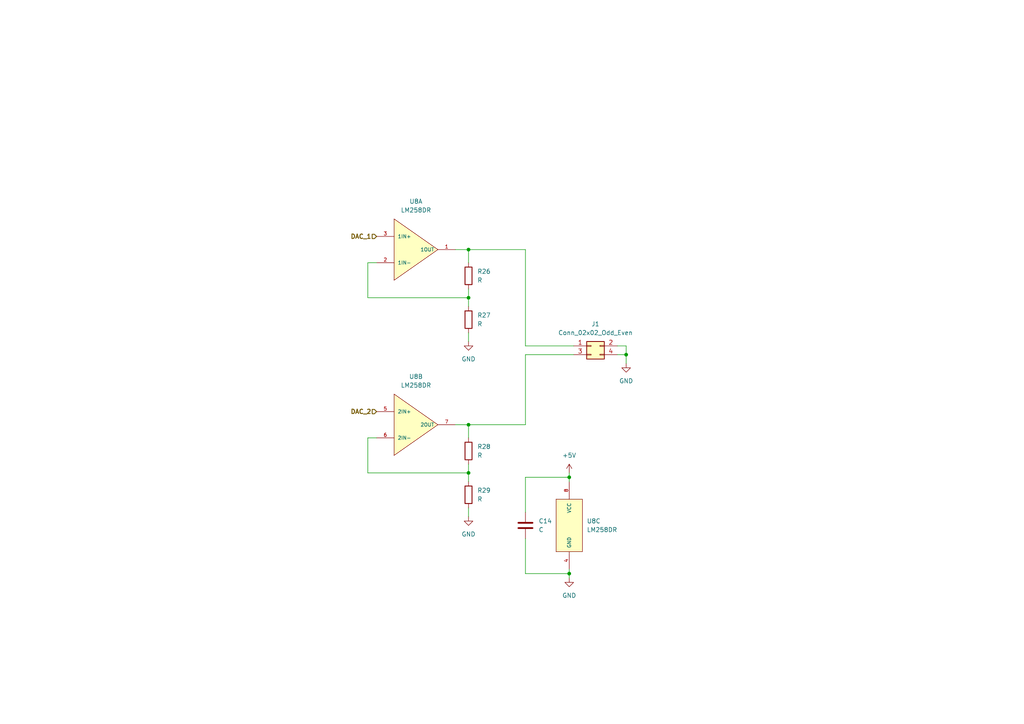
<source format=kicad_sch>
(kicad_sch (version 20230121) (generator eeschema)
  (paper "A4")
  (lib_symbols
    (symbol "Connector_Generic:Conn_02x02_Odd_Even" (pin_names (offset 1.016) hide)
      (property "Reference" "J" (at 1.27 2.54 0))
      (property "Value" "Conn_02x02_Odd_Even" (at 1.27 -5.08 0))
      (symbol "Conn_02x02_Odd_Even_1_1"
        (rectangle (start -1.27 -2.413) (end 0 -2.667) (stroke (width 0.1524)))
        (rectangle (start -1.27 0.127) (end 0 -0.127) (stroke (width 0.1524)))
        (rectangle (start -1.27 1.27) (end 3.81 -3.81) (stroke (width 0.254)) (fill (type background)))
        (rectangle (start 3.81 -2.413) (end 2.54 -2.667) (stroke (width 0.1524)))
        (rectangle (start 3.81 0.127) (end 2.54 -0.127) (stroke (width 0.1524)))
        (pin passive line (at -5.08 0 0) (length 3.81) (name "Pin_1") (number "1"))
        (pin passive line (at 7.62 0 180) (length 3.81) (name "Pin_2") (number "2"))
        (pin passive line (at -5.08 -2.54 0) (length 3.81) (name "Pin_3") (number "3"))
        (pin passive line (at 7.62 -2.54 180) (length 3.81) (name "Pin_4") (number "4"))
      )
    )
    (symbol "Device:C" (pin_numbers hide) (pin_names (offset 0.254))
      (property "Reference" "C" (at 0.635 2.54 0))
      (property "Value" "C" (at 0.635 -2.54 0))
      (symbol "C_0_1"
        (polyline (pts (xy -2.032 -0.762) (xy 2.032 -0.762)) (stroke (width 0.508)))
        (polyline (pts (xy -2.032 0.762) (xy 2.032 0.762)) (stroke (width 0.508)))
      )
      (symbol "C_1_1"
        (pin passive line (at 0 3.81 270) (length 2.794) (name "~") (number "1"))
        (pin passive line (at 0 -3.81 90) (length 2.794) (name "~") (number "2"))
      )
    )
    (symbol "Device:R" (pin_numbers hide) (pin_names (offset 0))
      (property "Reference" "R" (at 2.032 0 90))
      (property "Value" "R" (at 0 0 90))
      (symbol "R_0_1"
        (rectangle (start -1.016 -2.54) (end 1.016 2.54) (stroke (width 0.254)))
      )
      (symbol "R_1_1"
        (pin passive line (at 0 3.81 270) (length 1.27) (name "~") (number "1"))
        (pin passive line (at 0 -3.81 90) (length 1.27) (name "~") (number "2"))
      )
    )
    (symbol "ONEB_LIB:LM258DR" (pin_names (offset 1.016))
      (property "Reference" "U" (at -8.89 1.27 0))
      (property "Value" "LM258DR" (at -13.97 -2.54 0))
      (symbol "LM258DR_1_0"
        (pin output line (at 12.7 0 180) (length 5.08) (name "1OUT") (number "1"))
        (pin input line (at -10.16 -3.81 0) (length 5.08) (name "1IN-") (number "2"))
        (pin input line (at -10.16 3.81 0) (length 5.08) (name "1IN+") (number "3"))
      )
      (symbol "LM258DR_1_1"
        (polyline (pts (xy -5.08 -8.89) (xy -5.08 8.89) (xy 7.62 0) (xy -5.08 -8.89)) (fill (type background)))
      )
      (symbol "LM258DR_2_0"
        (pin input line (at -10.16 3.81 0) (length 5.08) (name "2IN+") (number "5"))
        (pin input line (at -10.16 -3.81 0) (length 5.08) (name "2IN-") (number "6"))
        (pin output line (at 12.7 0 180) (length 5.08) (name "2OUT") (number "7"))
      )
      (symbol "LM258DR_2_1"
        (polyline (pts (xy -5.08 -8.89) (xy -5.08 8.89) (xy 7.62 0) (xy -5.08 -8.89)) (fill (type background)))
      )
      (symbol "LM258DR_3_0"
        (pin power_in line (at 0 -12.7 90) (length 5.08) (name "GND") (number "4"))
        (pin power_in line (at 0 12.7 270) (length 5.08) (name "VCC") (number "8"))
      )
      (symbol "LM258DR_3_1"
        (rectangle (start -3.81 7.62) (end 3.81 -7.62) (fill (type background)))
      )
    )
    (symbol "power:+5V" (power) (pin_names (offset 0))
      (property "Value" "+5V" (at 0 3.556 0))
      (symbol "+5V_0_1"
        (polyline (pts (xy -0.762 1.27) (xy 0 2.54)))
        (polyline (pts (xy 0 0) (xy 0 2.54)))
        (polyline (pts (xy 0 2.54) (xy 0.762 1.27)))
      )
      (symbol "+5V_1_1"
        (pin power_in line (at 0 0 90) (length 0) hide (name "+5V") (number "1"))
      )
    )
    (symbol "power:GND" (power) (pin_names (offset 0))
      (property "Value" "GND" (at 0 -3.81 0))
      (symbol "GND_0_1"
        (polyline (pts (xy 0 0) (xy 0 -1.27) (xy 1.27 -1.27) (xy 0 -2.54) (xy -1.27 -1.27) (xy 0 -1.27)))
      )
      (symbol "GND_1_1"
        (pin power_in line (at 0 0 270) (length 0) hide (name "GND") (number "1"))
      )
    )
  )
  (junction (at 181.61 102.87))
  (junction (at 165.1 138.43))
  (junction (at 135.89 72.39))
  (junction (at 135.89 137.16))
  (junction (at 135.89 123.19))
  (junction (at 135.89 86.36))
  (junction (at 165.1 166.37))
  (wire (pts (xy 152.4 72.39) (xy 135.89 72.39)))
  (wire (pts (xy 135.89 96.52) (xy 135.89 99.06)))
  (wire (pts (xy 181.61 105.41) (xy 181.61 102.87)))
  (wire (pts (xy 135.89 123.19) (xy 132.08 123.19)))
  (wire (pts (xy 152.4 166.37) (xy 165.1 166.37)))
  (wire (pts (xy 152.4 138.43) (xy 165.1 138.43)))
  (wire (pts (xy 135.89 134.62) (xy 135.89 137.16)))
  (wire (pts (xy 106.68 76.2) (xy 106.68 86.36)))
  (wire (pts (xy 106.68 127) (xy 106.68 137.16)))
  (wire (pts (xy 135.89 76.2) (xy 135.89 72.39)))
  (wire (pts (xy 152.4 156.21) (xy 152.4 166.37)))
  (wire (pts (xy 166.37 100.33) (xy 152.4 100.33)))
  (wire (pts (xy 152.4 100.33) (xy 152.4 72.39)))
  (wire (pts (xy 106.68 137.16) (xy 135.89 137.16)))
  (wire (pts (xy 109.22 127) (xy 106.68 127)))
  (wire (pts (xy 179.07 102.87) (xy 181.61 102.87)))
  (wire (pts (xy 135.89 127) (xy 135.89 123.19)))
  (wire (pts (xy 181.61 100.33) (xy 179.07 100.33)))
  (wire (pts (xy 181.61 102.87) (xy 181.61 100.33)))
  (wire (pts (xy 135.89 86.36) (xy 135.89 88.9)))
  (wire (pts (xy 166.37 102.87) (xy 152.4 102.87)))
  (wire (pts (xy 135.89 83.82) (xy 135.89 86.36)))
  (wire (pts (xy 106.68 86.36) (xy 135.89 86.36)))
  (wire (pts (xy 152.4 123.19) (xy 135.89 123.19)))
  (wire (pts (xy 165.1 166.37) (xy 165.1 167.64)))
  (wire (pts (xy 135.89 137.16) (xy 135.89 139.7)))
  (wire (pts (xy 165.1 165.1) (xy 165.1 166.37)))
  (wire (pts (xy 152.4 102.87) (xy 152.4 123.19)))
  (wire (pts (xy 135.89 72.39) (xy 132.08 72.39)))
  (wire (pts (xy 152.4 148.59) (xy 152.4 138.43)))
  (wire (pts (xy 109.22 76.2) (xy 106.68 76.2)))
  (wire (pts (xy 165.1 137.16) (xy 165.1 138.43)))
  (wire (pts (xy 135.89 147.32) (xy 135.89 149.86)))
  (wire (pts (xy 165.1 138.43) (xy 165.1 139.7)))
  (hierarchical_label "DAC_1" (shape input) (at 109.22 68.58 180) (effects (font bold)))
  (hierarchical_label "DAC_2" (shape input) (at 109.22 119.38 180) (effects (font bold)))
  (symbol (lib_id "ONEB_LIB:LM258DR") (at 119.38 72.39 0) (unit 1)
    (property "Reference" "U8" (at 120.65 58.42 0))
    (property "Value" "LM258DR" (at 120.65 60.96 0))
    (property "Footprint" "LM258DR:SOIC127P599X175-8N" (effects hide))
    (property "MF" "Texas Instruments" (effects hide))
    (property "Description" "\nDual, 30-V, 700-kHz operational amplifier with -25°C to 85°C operation\n" (effects hide))
    (property "Package" "SOIC-8 Texas Instruments" (effects hide))
    (property "Price" "None" (effects hide))
    (property "SnapEDA_Link" "https://www.snapeda.com/parts/LM258DR/Texas+Instruments/view-part/?ref=snap" (effects hide))
    (property "MP" "LM258DR" (effects hide))
    (property "Purchase-URL" "https://www.snapeda.com/api/url_track_click_mouser/?unipart_id=227357&manufacturer=Texas Instruments&part_name=LM258DR&search_term=None" (effects hide))
    (property "Availability" "In Stock" (effects hide))
    (property "Check_prices" "https://www.snapeda.com/parts/LM258DR/Texas+Instruments/view-part/?ref=eda" (effects hide))
  )
  (symbol (lib_id "power:GND") (at 181.61 105.41 0) (unit 1)
    (property "Reference" "#PWR042" (effects hide))
    (property "Value" "GND" (at 181.61 110.49 0))
  )
  (symbol (lib_id "Device:R") (at 135.89 80.01 0) (unit 1)
    (property "Reference" "R26" (at 138.43 78.74 0) (effects (justify left)))
    (property "Value" "R" (at 138.43 81.28 0) (effects (justify left)))
  )
  (symbol (lib_id "Device:R") (at 135.89 92.71 0) (unit 1)
    (property "Reference" "R27" (at 138.43 91.44 0) (effects (justify left)))
    (property "Value" "R" (at 138.43 93.98 0) (effects (justify left)))
  )
  (symbol (lib_id "Connector_Generic:Conn_02x02_Odd_Even") (at 171.45 100.33 0) (unit 1)
    (property "Reference" "J1" (at 172.72 93.98 0))
    (property "Value" "Conn_02x02_Odd_Even" (at 172.72 96.52 0))
  )
  (symbol (lib_id "Device:C") (at 152.4 152.4 0) (unit 1)
    (property "Reference" "C14" (at 156.21 151.13 0) (effects (justify left)))
    (property "Value" "C" (at 156.21 153.67 0) (effects (justify left)))
  )
  (symbol (lib_id "ONEB_LIB:LM258DR") (at 119.38 123.19 0) (unit 2)
    (property "Reference" "U8" (at 120.65 109.22 0))
    (property "Value" "LM258DR" (at 120.65 111.76 0))
    (property "Footprint" "LM258DR:SOIC127P599X175-8N" (effects hide))
    (property "MF" "Texas Instruments" (effects hide))
    (property "Description" "\nDual, 30-V, 700-kHz operational amplifier with -25°C to 85°C operation\n" (effects hide))
    (property "Package" "SOIC-8 Texas Instruments" (effects hide))
    (property "Price" "None" (effects hide))
    (property "SnapEDA_Link" "https://www.snapeda.com/parts/LM258DR/Texas+Instruments/view-part/?ref=snap" (effects hide))
    (property "MP" "LM258DR" (effects hide))
    (property "Purchase-URL" "https://www.snapeda.com/api/url_track_click_mouser/?unipart_id=227357&manufacturer=Texas Instruments&part_name=LM258DR&search_term=None" (effects hide))
    (property "Availability" "In Stock" (effects hide))
    (property "Check_prices" "https://www.snapeda.com/parts/LM258DR/Texas+Instruments/view-part/?ref=eda" (effects hide))
  )
  (symbol (lib_id "ONEB_LIB:LM258DR") (at 165.1 152.4 0) (unit 3)
    (property "Reference" "U8" (at 170.18 151.13 0) (effects (justify left)))
    (property "Value" "LM258DR" (at 170.18 153.67 0) (effects (justify left)))
    (property "Footprint" "LM258DR:SOIC127P599X175-8N" (effects hide))
    (property "MF" "Texas Instruments" (effects hide))
    (property "Description" "\nDual, 30-V, 700-kHz operational amplifier with -25°C to 85°C operation\n" (effects hide))
    (property "Package" "SOIC-8 Texas Instruments" (effects hide))
    (property "Price" "None" (effects hide))
    (property "SnapEDA_Link" "https://www.snapeda.com/parts/LM258DR/Texas+Instruments/view-part/?ref=snap" (effects hide))
    (property "MP" "LM258DR" (effects hide))
    (property "Purchase-URL" "https://www.snapeda.com/api/url_track_click_mouser/?unipart_id=227357&manufacturer=Texas Instruments&part_name=LM258DR&search_term=None" (effects hide))
    (property "Availability" "In Stock" (effects hide))
    (property "Check_prices" "https://www.snapeda.com/parts/LM258DR/Texas+Instruments/view-part/?ref=eda" (effects hide))
  )
  (symbol (lib_id "power:GND") (at 135.89 99.06 0) (unit 1)
    (property "Reference" "#PWR040" (effects hide))
    (property "Value" "GND" (at 135.89 104.14 0))
  )
  (symbol (lib_id "Device:R") (at 135.89 143.51 0) (unit 1)
    (property "Reference" "R29" (at 138.43 142.24 0) (effects (justify left)))
    (property "Value" "R" (at 138.43 144.78 0) (effects (justify left)))
  )
  (symbol (lib_id "power:GND") (at 165.1 167.64 0) (unit 1)
    (property "Reference" "#PWR039" (effects hide))
    (property "Value" "GND" (at 165.1 172.72 0))
  )
  (symbol (lib_id "Device:R") (at 135.89 130.81 0) (unit 1)
    (property "Reference" "R28" (at 138.43 129.54 0) (effects (justify left)))
    (property "Value" "R" (at 138.43 132.08 0) (effects (justify left)))
  )
  (symbol (lib_id "power:GND") (at 135.89 149.86 0) (unit 1)
    (property "Reference" "#PWR041" (effects hide))
    (property "Value" "GND" (at 135.89 154.94 0))
  )
  (symbol (lib_id "power:+5V") (at 165.1 137.16 0) (unit 1)
    (property "Reference" "#PWR038" (effects hide))
    (property "Value" "+5V" (at 165.1 132.08 0))
  )
)
</source>
